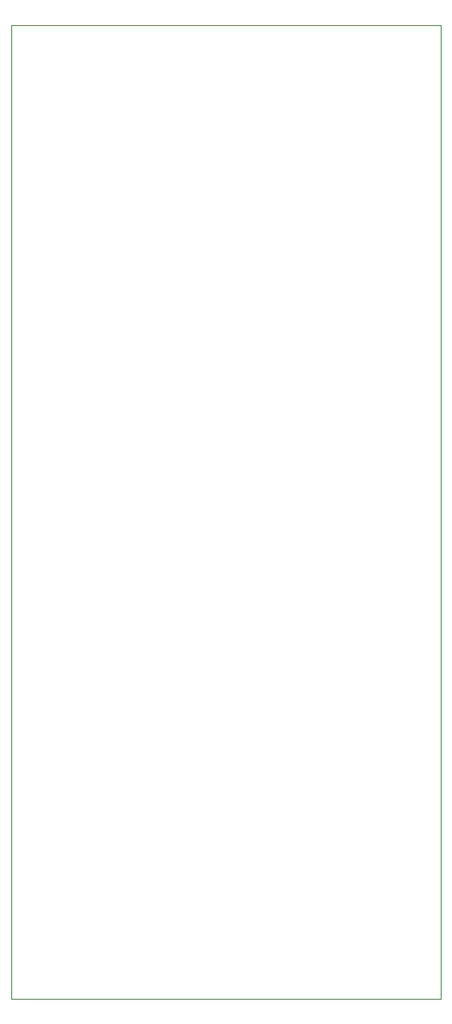
<source format=gbr>
%TF.GenerationSoftware,KiCad,Pcbnew,(6.0.6)*%
%TF.CreationDate,2023-01-26T13:55:41-05:00*%
%TF.ProjectId,TURFIO_RACK_Flex_PCB_Breakout,54555246-494f-45f5-9241-434b5f466c65,rev?*%
%TF.SameCoordinates,Original*%
%TF.FileFunction,Paste,Bot*%
%TF.FilePolarity,Positive*%
%FSLAX46Y46*%
G04 Gerber Fmt 4.6, Leading zero omitted, Abs format (unit mm)*
G04 Created by KiCad (PCBNEW (6.0.6)) date 2023-01-26 13:55:41*
%MOMM*%
%LPD*%
G01*
G04 APERTURE LIST*
%TA.AperFunction,Profile*%
%ADD10C,0.100000*%
%TD*%
G04 APERTURE END LIST*
D10*
X74510000Y-51560000D02*
X116440000Y-51560000D01*
X116440000Y-51560000D02*
X116440000Y-146520000D01*
X116440000Y-146520000D02*
X74510000Y-146520000D01*
X74510000Y-146520000D02*
X74510000Y-51560000D01*
M02*

</source>
